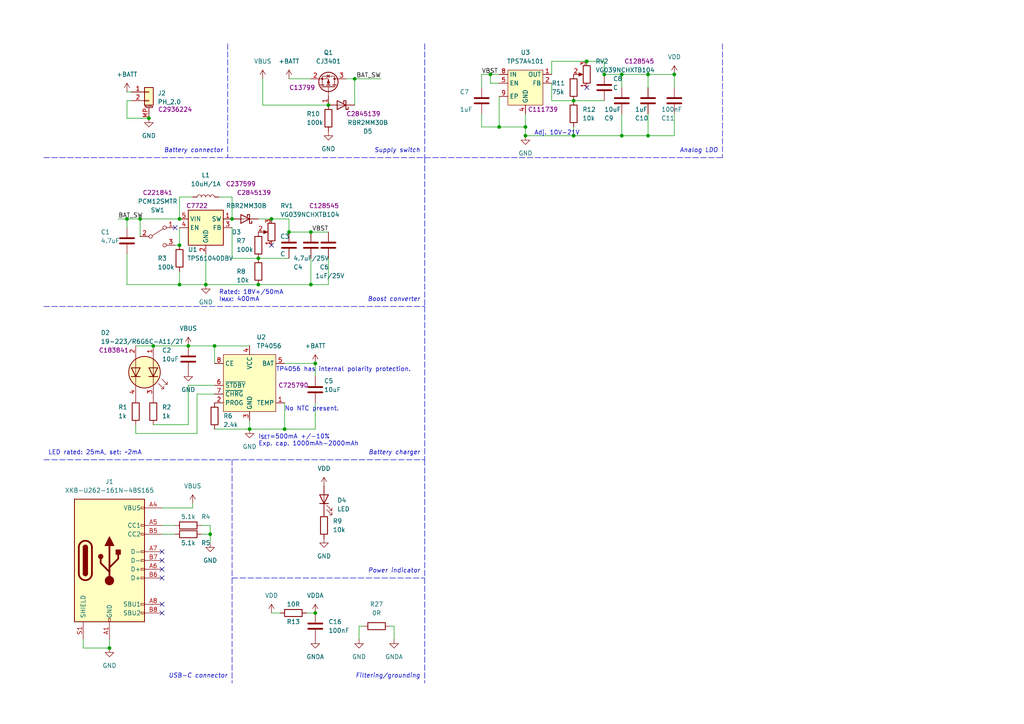
<source format=kicad_sch>
(kicad_sch (version 20211123) (generator eeschema)
  (paper "A4")
  (title_block (title "Power Supply") (rev "A0") (company "imi415"))
  (lib_symbols
    (symbol "Battery_Management_Local:TP4056"
      (property "Reference" "U" (at 0 0 0))
      (property "Value" "TP4056" (at 25.4 11.43 0))
      (symbol "TP4056_0_0"
        (pin input line (at 10.16 -5.08 180) (length 2.54) (name "TEMP") (number "1"))
        (pin input line (at -10.16 -5.08 0) (length 2.54) (name "PROG") (number "2"))
        (pin power_in line (at 0 -10.16 90) (length 2.54) (name "GND") (number "3"))
        (pin power_in line (at 0 11.43 270) (length 2.54) (name "VCC") (number "4"))
        (pin power_out line (at 10.16 6.35 180) (length 2.54) (name "BAT") (number "5"))
        (pin open_collector line (at -10.16 0 0) (length 2.54) (name "~{STDBY}") (number "6"))
        (pin open_collector line (at -10.16 -2.54 0) (length 2.54) (name "~{CHRG}") (number "7"))
        (pin input line (at -10.16 6.35 0) (length 2.54) (name "CE") (number "8"))
      )
      (symbol "TP4056_0_1"
        (rectangle (start -7.62 8.89) (end 7.62 -7.62) (fill (type background)))
      )
      (symbol "TP4056_1_1"
        (pin passive line (at 10.16 0 180) (length 2.54) hide (name "EP") (number "9"))
      )
    )
    (symbol "Connector:USB_C_Receptacle_USB2.0" (pin_names (offset 1.016))
      (property "Reference" "J" (at -10.16 19.05 0))
      (property "Value" "USB_C_Receptacle_USB2.0" (at 19.05 19.05 0))
      (symbol "USB_C_Receptacle_USB2.0_0_0"
        (rectangle (start -0.254 -17.78) (end 0.254 -16.764))
        (rectangle (start 10.16 -14.986) (end 9.144 -15.494))
        (rectangle (start 10.16 -12.446) (end 9.144 -12.954))
        (rectangle (start 10.16 -4.826) (end 9.144 -5.334))
        (rectangle (start 10.16 -2.286) (end 9.144 -2.794))
        (rectangle (start 10.16 0.254) (end 9.144 -0.254))
        (rectangle (start 10.16 2.794) (end 9.144 2.286))
        (rectangle (start 10.16 7.874) (end 9.144 7.366))
        (rectangle (start 10.16 10.414) (end 9.144 9.906))
        (rectangle (start 10.16 15.494) (end 9.144 14.986))
      )
      (symbol "USB_C_Receptacle_USB2.0_0_1"
        (rectangle (start -10.16 17.78) (end 10.16 -17.78) (stroke (width 0.254)) (fill (type background)))
        (arc (start -8.89 -3.81) (mid -6.985 -5.715) (end -5.08 -3.81) (stroke (width 0.508)))
        (arc (start -7.62 -3.81) (mid -6.985 -4.445) (end -6.35 -3.81) (stroke (width 0.254)))
        (arc (start -7.62 -3.81) (mid -6.985 -4.445) (end -6.35 -3.81) (stroke (width 0.254)) (fill (type outline)))
        (rectangle (start -7.62 -3.81) (end -6.35 3.81) (stroke (width 0.254)) (fill (type outline)))
        (arc (start -6.35 3.81) (mid -6.985 4.445) (end -7.62 3.81) (stroke (width 0.254)))
        (arc (start -6.35 3.81) (mid -6.985 4.445) (end -7.62 3.81) (stroke (width 0.254)) (fill (type outline)))
        (arc (start -5.08 3.81) (mid -6.985 5.715) (end -8.89 3.81) (stroke (width 0.508)))
        (circle (center -2.54 1.143) (radius 0.635) (stroke (width 0.254)) (fill (type outline)))
        (circle (center 0 -5.842) (radius 1.27) (fill (type outline)))
        (polyline (pts (xy -8.89 -3.81) (xy -8.89 3.81)) (stroke (width 0.508)))
        (polyline (pts (xy -5.08 3.81) (xy -5.08 -3.81)) (stroke (width 0.508)))
        (polyline (pts (xy 0 -5.842) (xy 0 4.318)) (stroke (width 0.508)))
        (polyline (pts (xy 0 -3.302) (xy -2.54 -0.762) (xy -2.54 0.508)) (stroke (width 0.508)))
        (polyline (pts (xy 0 -2.032) (xy 2.54 0.508) (xy 2.54 1.778)) (stroke (width 0.508)))
        (polyline (pts (xy -1.27 4.318) (xy 0 6.858) (xy 1.27 4.318) (xy -1.27 4.318)) (stroke (width 0.254)) (fill (type outline)))
        (rectangle (start 1.905 1.778) (end 3.175 3.048) (stroke (width 0.254)) (fill (type outline)))
      )
      (symbol "USB_C_Receptacle_USB2.0_1_1"
        (pin passive line (at 0 -22.86 90) (length 5.08) (name "GND") (number "A1"))
        (pin passive line (at 0 -22.86 90) (length 5.08) hide (name "GND") (number "A12"))
        (pin passive line (at 15.24 15.24 180) (length 5.08) (name "VBUS") (number "A4"))
        (pin bidirectional line (at 15.24 10.16 180) (length 5.08) (name "CC1") (number "A5"))
        (pin bidirectional line (at 15.24 -2.54 180) (length 5.08) (name "D+") (number "A6"))
        (pin bidirectional line (at 15.24 2.54 180) (length 5.08) (name "D-") (number "A7"))
        (pin bidirectional line (at 15.24 -12.7 180) (length 5.08) (name "SBU1") (number "A8"))
        (pin passive line (at 15.24 15.24 180) (length 5.08) hide (name "VBUS") (number "A9"))
        (pin passive line (at 0 -22.86 90) (length 5.08) hide (name "GND") (number "B1"))
        (pin passive line (at 0 -22.86 90) (length 5.08) hide (name "GND") (number "B12"))
        (pin passive line (at 15.24 15.24 180) (length 5.08) hide (name "VBUS") (number "B4"))
        (pin bidirectional line (at 15.24 7.62 180) (length 5.08) (name "CC2") (number "B5"))
        (pin bidirectional line (at 15.24 -5.08 180) (length 5.08) (name "D+") (number "B6"))
        (pin bidirectional line (at 15.24 0 180) (length 5.08) (name "D-") (number "B7"))
        (pin bidirectional line (at 15.24 -15.24 180) (length 5.08) (name "SBU2") (number "B8"))
        (pin passive line (at 15.24 15.24 180) (length 5.08) hide (name "VBUS") (number "B9"))
        (pin passive line (at -7.62 -22.86 90) (length 5.08) (name "SHIELD") (number "S1"))
      )
    )
    (symbol "Connector_Generic_MountingPin:Conn_01x02_MountingPin" (pin_names (offset 1.016) hide)
      (property "Reference" "J" (at 0 2.54 0))
      (property "Value" "Conn_01x02_MountingPin" (at 1.27 -5.08 0))
      (symbol "Conn_01x02_MountingPin_1_1"
        (rectangle (start -1.27 -2.413) (end 0 -2.667) (stroke (width 0.1524)))
        (rectangle (start -1.27 0.127) (end 0 -0.127) (stroke (width 0.1524)))
        (rectangle (start -1.27 1.27) (end 1.27 -3.81) (stroke (width 0.254)) (fill (type background)))
        (polyline (pts (xy -1.016 -4.572) (xy 1.016 -4.572)) (stroke (width 0.1524)))
        (text "Mounting" (at 0 -4.191 0) (effects (font (size 0.381 0.381))))
        (pin passive line (at -5.08 0 0) (length 3.81) (name "Pin_1") (number "1"))
        (pin passive line (at -5.08 -2.54 0) (length 3.81) (name "Pin_2") (number "2"))
        (pin passive line (at 0 -7.62 90) (length 3.048) (name "MountPin") (number "MP"))
      )
    )
    (symbol "Device:C" (pin_numbers hide) (pin_names (offset 0.254))
      (property "Reference" "C" (at 0.635 2.54 0))
      (property "Value" "C" (at 0.635 -2.54 0))
      (symbol "C_0_1"
        (polyline (pts (xy -2.032 -0.762) (xy 2.032 -0.762)) (stroke (width 0.508)))
        (polyline (pts (xy -2.032 0.762) (xy 2.032 0.762)) (stroke (width 0.508)))
      )
      (symbol "C_1_1"
        (pin passive line (at 0 3.81 270) (length 2.794) (name "~") (number "1"))
        (pin passive line (at 0 -3.81 90) (length 2.794) (name "~") (number "2"))
      )
    )
    (symbol "Device:D_Schottky" (pin_numbers hide) (pin_names (offset 1.016) hide)
      (property "Reference" "D" (at 0 2.54 0))
      (property "Value" "D_Schottky" (at 0 -2.54 0))
      (symbol "D_Schottky_0_1"
        (polyline (pts (xy 1.27 0) (xy -1.27 0)))
        (polyline (pts (xy 1.27 1.27) (xy 1.27 -1.27) (xy -1.27 0) (xy 1.27 1.27)) (stroke (width 0.254)))
        (polyline (pts (xy -1.905 0.635) (xy -1.905 1.27) (xy -1.27 1.27) (xy -1.27 -1.27) (xy -0.635 -1.27) (xy -0.635 -0.635)) (stroke (width 0.254)))
      )
      (symbol "D_Schottky_1_1"
        (pin passive line (at -3.81 0 0) (length 2.54) (name "K") (number "1"))
        (pin passive line (at 3.81 0 180) (length 2.54) (name "A") (number "2"))
      )
    )
    (symbol "Device:L" (pin_numbers hide) (pin_names (offset 1.016) hide)
      (property "Reference" "L" (at -1.27 0 90))
      (property "Value" "L" (at 1.905 0 90))
      (symbol "L_0_1"
        (arc (start 0 -2.54) (mid 0.635 -1.905) (end 0 -1.27))
        (arc (start 0 -1.27) (mid 0.635 -0.635) (end 0 0))
        (arc (start 0 0) (mid 0.635 0.635) (end 0 1.27))
        (arc (start 0 1.27) (mid 0.635 1.905) (end 0 2.54))
      )
      (symbol "L_1_1"
        (pin passive line (at 0 3.81 270) (length 1.27) (name "1") (number "1"))
        (pin passive line (at 0 -3.81 90) (length 1.27) (name "2") (number "2"))
      )
    )
    (symbol "Device:LED" (pin_numbers hide) (pin_names (offset 1.016) hide)
      (property "Reference" "D" (at 0 2.54 0))
      (property "Value" "LED" (at 0 -2.54 0))
      (symbol "LED_0_1"
        (polyline (pts (xy -1.27 -1.27) (xy -1.27 1.27)) (stroke (width 0.254)))
        (polyline (pts (xy -1.27 0) (xy 1.27 0)))
        (polyline (pts (xy 1.27 -1.27) (xy 1.27 1.27) (xy -1.27 0) (xy 1.27 -1.27)) (stroke (width 0.254)))
        (polyline (pts (xy -3.048 -0.762) (xy -4.572 -2.286) (xy -3.81 -2.286) (xy -4.572 -2.286) (xy -4.572 -1.524)))
        (polyline (pts (xy -1.778 -0.762) (xy -3.302 -2.286) (xy -2.54 -2.286) (xy -3.302 -2.286) (xy -3.302 -1.524)))
      )
      (symbol "LED_1_1"
        (pin passive line (at -3.81 0 0) (length 2.54) (name "K") (number "1"))
        (pin passive line (at 3.81 0 180) (length 2.54) (name "A") (number "2"))
      )
    )
    (symbol "Device:LED_Dual_AAKK" (pin_names (offset 0) hide)
      (property "Reference" "D" (at 0 5.715 0))
      (property "Value" "LED_Dual_AAKK" (at 0 -6.35 0))
      (symbol "LED_Dual_AAKK_0_1"
        (polyline (pts (xy -5.08 -2.54) (xy 2.032 -2.54)))
        (polyline (pts (xy -5.08 2.54) (xy 2.032 2.54)))
        (polyline (pts (xy 1.27 -1.27) (xy 1.27 -3.81)) (stroke (width 0.254)))
        (polyline (pts (xy 1.27 3.81) (xy 1.27 1.27)) (stroke (width 0.254)))
        (polyline (pts (xy 3.81 -2.54) (xy 1.905 -2.54)))
        (polyline (pts (xy 3.81 2.54) (xy 1.905 2.54)))
        (polyline (pts (xy -1.27 -1.27) (xy -1.27 -3.81) (xy 1.27 -2.54) (xy -1.27 -1.27)) (stroke (width 0.254)))
        (polyline (pts (xy -1.27 3.81) (xy -1.27 1.27) (xy 1.27 2.54) (xy -1.27 3.81)) (stroke (width 0.254)))
        (polyline (pts (xy 2.032 5.08) (xy 3.556 6.604) (xy 2.794 6.604) (xy 3.556 6.604) (xy 3.556 5.842)))
        (polyline (pts (xy 3.302 4.064) (xy 4.826 5.588) (xy 4.064 5.588) (xy 4.826 5.588) (xy 4.826 4.826)))
        (circle (center 0 0) (radius 4.572) (stroke (width 0.254)) (fill (type background)))
      )
      (symbol "LED_Dual_AAKK_1_1"
        (pin input line (at -7.62 2.54 0) (length 3.048) (name "A1") (number "1"))
        (pin input line (at -7.62 -2.54 0) (length 3.048) (name "A2") (number "2"))
        (pin input line (at 7.62 2.54 180) (length 3.81) (name "K1") (number "3"))
        (pin input line (at 7.62 -2.54 180) (length 3.81) (name "K2") (number "4"))
      )
    )
    (symbol "Device:Q_PMOS_GSD" (pin_names (offset 0) hide)
      (property "Reference" "Q" (at 5.08 1.27 0))
      (property "Value" "Q_PMOS_GSD" (at 5.08 -1.27 0))
      (symbol "Q_PMOS_GSD_0_1"
        (polyline (pts (xy 0.254 0) (xy -2.54 0)))
        (polyline (pts (xy 0.254 1.905) (xy 0.254 -1.905)) (stroke (width 0.254)))
        (polyline (pts (xy 0.762 -1.27) (xy 0.762 -2.286)) (stroke (width 0.254)))
        (polyline (pts (xy 0.762 0.508) (xy 0.762 -0.508)) (stroke (width 0.254)))
        (polyline (pts (xy 0.762 2.286) (xy 0.762 1.27)) (stroke (width 0.254)))
        (polyline (pts (xy 2.54 2.54) (xy 2.54 1.778)))
        (polyline (pts (xy 2.54 -2.54) (xy 2.54 0) (xy 0.762 0)))
        (polyline (pts (xy 0.762 1.778) (xy 3.302 1.778) (xy 3.302 -1.778) (xy 0.762 -1.778)))
        (polyline (pts (xy 2.286 0) (xy 1.27 0.381) (xy 1.27 -0.381) (xy 2.286 0)) (fill (type outline)))
        (polyline (pts (xy 2.794 -0.508) (xy 2.921 -0.381) (xy 3.683 -0.381) (xy 3.81 -0.254)))
        (polyline (pts (xy 3.302 -0.381) (xy 2.921 0.254) (xy 3.683 0.254) (xy 3.302 -0.381)))
        (circle (center 1.651 0) (radius 2.794) (stroke (width 0.254)))
        (circle (center 2.54 -1.778) (radius 0.254) (fill (type outline)))
        (circle (center 2.54 1.778) (radius 0.254) (fill (type outline)))
      )
      (symbol "Q_PMOS_GSD_1_1"
        (pin input line (at -5.08 0 0) (length 2.54) (name "G") (number "1"))
        (pin passive line (at 2.54 -5.08 90) (length 2.54) (name "S") (number "2"))
        (pin passive line (at 2.54 5.08 270) (length 2.54) (name "D") (number "3"))
      )
    )
    (symbol "Device:R" (pin_numbers hide) (pin_names (offset 0))
      (property "Reference" "R" (at 2.032 0 90))
      (property "Value" "R" (at 0 0 90))
      (symbol "R_0_1"
        (rectangle (start -1.016 -2.54) (end 1.016 2.54) (stroke (width 0.254)))
      )
      (symbol "R_1_1"
        (pin passive line (at 0 3.81 270) (length 1.27) (name "~") (number "1"))
        (pin passive line (at 0 -3.81 90) (length 1.27) (name "~") (number "2"))
      )
    )
    (symbol "Device:R_Potentiometer" (pin_names (offset 1.016) hide)
      (property "Reference" "RV" (at -4.445 0 90))
      (property "Value" "R_Potentiometer" (at -2.54 0 90))
      (symbol "R_Potentiometer_0_1"
        (polyline (pts (xy 2.54 0) (xy 1.524 0)))
        (polyline (pts (xy 1.143 0) (xy 2.286 0.508) (xy 2.286 -0.508) (xy 1.143 0)) (fill (type outline)))
        (rectangle (start 1.016 2.54) (end -1.016 -2.54) (stroke (width 0.254)))
      )
      (symbol "R_Potentiometer_1_1"
        (pin passive line (at 0 3.81 270) (length 1.27) (name "1") (number "1"))
        (pin passive line (at 3.81 0 180) (length 1.27) (name "2") (number "2"))
        (pin passive line (at 0 -3.81 90) (length 1.27) (name "3") (number "3"))
      )
    )
    (symbol "Regulator_Local:TPS7A4101"
      (property "Reference" "U" (at 0 0 0))
      (property "Value" "TPS7A4101" (at 0 6.35 0))
      (symbol "TPS7A4101_0_0"
        (pin power_out line (at 7.62 3.81 180) (length 2.54) (name "OUT") (number "1"))
        (pin input line (at 7.62 1.27 180) (length 2.54) (name "FB") (number "2"))
        (pin no_connect line (at 7.62 -2.54 180) (length 2.54) hide (name "NC") (number "3"))
        (pin power_in line (at 0 -7.62 90) (length 2.54) (name "GND") (number "4"))
        (pin input line (at -7.62 1.27 0) (length 2.54) (name "EN") (number "5"))
        (pin no_connect line (at 7.62 -2.54 180) (length 2.54) hide (name "NC") (number "6"))
        (pin no_connect line (at 7.62 -2.54 180) (length 2.54) hide (name "NC") (number "7"))
        (pin power_in line (at -7.62 3.81 0) (length 2.54) (name "IN") (number "8"))
        (pin passive line (at -7.62 -2.54 0) (length 2.54) (name "EP") (number "9"))
      )
      (symbol "TPS7A4101_0_1"
        (rectangle (start -5.08 5.08) (end 5.08 -5.08) (stroke (width 0.1524)) (fill (type background)))
      )
    )
    (symbol "Regulator_Switching:TPS61040DBV"
      (property "Reference" "U" (at -5.08 6.35 0))
      (property "Value" "TPS61040DBV" (at 0 6.35 0))
      (symbol "TPS61040DBV_0_1"
        (rectangle (start -5.08 5.08) (end 5.08 -5.08) (stroke (width 0.254)) (fill (type background)))
      )
      (symbol "TPS61040DBV_1_1"
        (pin power_out line (at 7.62 2.54 180) (length 2.54) (name "SW") (number "1"))
        (pin power_in line (at 0 -7.62 90) (length 2.54) (name "GND") (number "2"))
        (pin input line (at 7.62 0 180) (length 2.54) (name "FB") (number "3"))
        (pin input line (at -7.62 0 0) (length 2.54) (name "EN") (number "4"))
        (pin power_in line (at -7.62 2.54 0) (length 2.54) (name "VIN") (number "5"))
      )
    )
    (symbol "Switch:SW_SPDT" (pin_names (offset 0) hide)
      (property "Reference" "SW" (at 0 4.318 0))
      (property "Value" "SW_SPDT" (at 0 -5.08 0))
      (symbol "SW_SPDT_0_0"
        (circle (center -2.032 0) (radius 0.508))
        (circle (center 2.032 -2.54) (radius 0.508))
      )
      (symbol "SW_SPDT_0_1"
        (polyline (pts (xy -1.524 0.254) (xy 1.651 2.286)))
        (circle (center 2.032 2.54) (radius 0.508))
      )
      (symbol "SW_SPDT_1_1"
        (pin passive line (at 5.08 2.54 180) (length 2.54) (name "A") (number "1"))
        (pin passive line (at -5.08 0 0) (length 2.54) (name "B") (number "2"))
        (pin passive line (at 5.08 -2.54 180) (length 2.54) (name "C") (number "3"))
      )
    )
    (symbol "power:+BATT" (power) (pin_names (offset 0))
      (property "Value" "+BATT" (at 0 3.556 0))
      (symbol "+BATT_0_1"
        (polyline (pts (xy -0.762 1.27) (xy 0 2.54)))
        (polyline (pts (xy 0 0) (xy 0 2.54)))
        (polyline (pts (xy 0 2.54) (xy 0.762 1.27)))
      )
      (symbol "+BATT_1_1"
        (pin power_in line (at 0 0 90) (length 0) hide (name "+BATT") (number "1"))
      )
    )
    (symbol "power:GND" (power) (pin_names (offset 0))
      (property "Value" "GND" (at 0 -3.81 0))
      (symbol "GND_0_1"
        (polyline (pts (xy 0 0) (xy 0 -1.27) (xy 1.27 -1.27) (xy 0 -2.54) (xy -1.27 -1.27) (xy 0 -1.27)))
      )
      (symbol "GND_1_1"
        (pin power_in line (at 0 0 270) (length 0) hide (name "GND") (number "1"))
      )
    )
    (symbol "power:GNDA" (power) (pin_names (offset 0))
      (property "Value" "GNDA" (at 0 -3.81 0))
      (symbol "GNDA_0_1"
        (polyline (pts (xy 0 0) (xy 0 -1.27) (xy 1.27 -1.27) (xy 0 -2.54) (xy -1.27 -1.27) (xy 0 -1.27)))
      )
      (symbol "GNDA_1_1"
        (pin power_in line (at 0 0 270) (length 0) hide (name "GNDA") (number "1"))
      )
    )
    (symbol "power:VBUS" (power) (pin_names (offset 0))
      (property "Value" "VBUS" (at 0 3.81 0))
      (symbol "VBUS_0_1"
        (polyline (pts (xy -0.762 1.27) (xy 0 2.54)))
        (polyline (pts (xy 0 0) (xy 0 2.54)))
        (polyline (pts (xy 0 2.54) (xy 0.762 1.27)))
      )
      (symbol "VBUS_1_1"
        (pin power_in line (at 0 0 90) (length 0) hide (name "VBUS") (number "1"))
      )
    )
    (symbol "power:VDD" (power) (pin_names (offset 0))
      (property "Value" "VDD" (at 0 3.81 0))
      (symbol "VDD_0_1"
        (polyline (pts (xy -0.762 1.27) (xy 0 2.54)))
        (polyline (pts (xy 0 0) (xy 0 2.54)))
        (polyline (pts (xy 0 2.54) (xy 0.762 1.27)))
      )
      (symbol "VDD_1_1"
        (pin power_in line (at 0 0 90) (length 0) hide (name "VDD") (number "1"))
      )
    )
    (symbol "power:VDDA" (power) (pin_names (offset 0))
      (property "Value" "VDDA" (at 0 3.81 0))
      (symbol "VDDA_0_1"
        (polyline (pts (xy -0.762 1.27) (xy 0 2.54)))
        (polyline (pts (xy 0 0) (xy 0 2.54)))
        (polyline (pts (xy 0 2.54) (xy 0.762 1.27)))
      )
      (symbol "VDDA_1_1"
        (pin power_in line (at 0 0 90) (length 0) hide (name "VDDA") (number "1"))
      )
    )
  )
  (junction (at 180.34 21.59))
  (junction (at 91.44 105.41))
  (junction (at 52.07 82.55))
  (junction (at 60.96 154.94))
  (junction (at 83.82 67.31))
  (junction (at 170.18 17.78))
  (junction (at 74.93 74.93))
  (junction (at 144.78 36.83))
  (junction (at 90.17 67.31))
  (junction (at 195.58 21.59))
  (junction (at 95.25 30.48))
  (junction (at 152.4 36.83))
  (junction (at 102.87 22.86))
  (junction (at 40.64 63.5))
  (junction (at 67.31 63.5))
  (junction (at 74.93 82.55))
  (junction (at 152.4 39.37))
  (junction (at 187.96 39.37))
  (junction (at 90.17 82.55))
  (junction (at 54.61 100.33))
  (junction (at 52.07 71.12))
  (junction (at 59.69 82.55))
  (junction (at 43.18 34.29))
  (junction (at 52.07 63.5))
  (junction (at 36.83 63.5))
  (junction (at 72.39 124.46))
  (junction (at 175.26 21.59))
  (junction (at 142.24 21.59))
  (junction (at 166.37 29.21))
  (junction (at 44.45 100.33))
  (junction (at 62.23 100.33))
  (junction (at 166.37 39.37))
  (junction (at 78.74 63.5))
  (junction (at 82.55 124.46))
  (junction (at 31.75 187.96))
  (junction (at 91.44 177.8))
  (junction (at 180.34 39.37))
  (junction (at 187.96 21.59))
  (no_connect (at 46.99 162.56))
  (no_connect (at 170.18 25.4))
  (no_connect (at 46.99 165.1))
  (no_connect (at 46.99 160.02))
  (no_connect (at 46.99 177.8))
  (no_connect (at 50.8 66.04))
  (no_connect (at 46.99 167.64))
  (no_connect (at 78.74 71.12))
  (no_connect (at 46.99 175.26))
  (wire (pts (xy 104.14 181.61) (xy 105.41 181.61)))
  (wire (pts (xy 180.34 33.02) (xy 180.34 39.37)))
  (wire (pts (xy 187.96 21.59) (xy 187.96 25.4)))
  (wire (pts (xy 67.31 66.04) (xy 67.31 74.93)))
  (wire (pts (xy 170.18 17.78) (xy 160.02 17.78)))
  (polyline (pts (xy 123.19 133.35) (xy 123.19 198.12)))
  (wire (pts (xy 160.02 24.13) (xy 160.02 29.21)))
  (wire (pts (xy 36.83 63.5) (xy 40.64 63.5)))
  (wire (pts (xy 46.99 152.4) (xy 50.8 152.4)))
  (wire (pts (xy 36.83 34.29) (xy 43.18 34.29)))
  (wire (pts (xy 90.17 74.93) (xy 90.17 82.55)))
  (polyline (pts (xy 66.04 12.7) (xy 66.04 45.72)))
  (polyline (pts (xy 12.7 133.35) (xy 123.19 133.35)))
  (polyline (pts (xy 67.31 133.35) (xy 67.31 198.12)))
  (wire (pts (xy 88.9 177.8) (xy 91.44 177.8)))
  (wire (pts (xy 166.37 39.37) (xy 180.34 39.37)))
  (wire (pts (xy 160.02 17.78) (xy 160.02 21.59)))
  (wire (pts (xy 102.87 22.86) (xy 102.87 30.48)))
  (polyline (pts (xy 123.19 45.72) (xy 123.19 88.9)))
  (wire (pts (xy 76.2 30.48) (xy 95.25 30.48)))
  (wire (pts (xy 113.03 181.61) (xy 114.3 181.61)))
  (wire (pts (xy 58.42 152.4) (xy 60.96 152.4)))
  (wire (pts (xy 36.83 29.21) (xy 36.83 34.29)))
  (wire (pts (xy 59.69 73.66) (xy 59.69 82.55)))
  (wire (pts (xy 24.13 185.42) (xy 24.13 187.96)))
  (wire (pts (xy 67.31 74.93) (xy 74.93 74.93)))
  (wire (pts (xy 160.02 29.21) (xy 166.37 29.21)))
  (wire (pts (xy 62.23 100.33) (xy 72.39 100.33)))
  (wire (pts (xy 62.23 105.41) (xy 62.23 100.33)))
  (wire (pts (xy 74.93 82.55) (xy 59.69 82.55)))
  (wire (pts (xy 139.7 36.83) (xy 144.78 36.83)))
  (wire (pts (xy 142.24 24.13) (xy 142.24 21.59)))
  (polyline (pts (xy 12.7 45.72) (xy 66.04 45.72)))
  (wire (pts (xy 104.14 185.42) (xy 104.14 181.61)))
  (wire (pts (xy 83.82 67.31) (xy 90.17 67.31)))
  (wire (pts (xy 175.26 17.78) (xy 175.26 21.59)))
  (wire (pts (xy 195.58 21.59) (xy 195.58 25.4)))
  (wire (pts (xy 95.25 74.93) (xy 95.25 82.55)))
  (wire (pts (xy 50.8 71.12) (xy 52.07 71.12)))
  (wire (pts (xy 24.13 187.96) (xy 31.75 187.96)))
  (wire (pts (xy 139.7 21.59) (xy 142.24 21.59)))
  (wire (pts (xy 144.78 36.83) (xy 152.4 36.83)))
  (wire (pts (xy 60.96 154.94) (xy 58.42 154.94)))
  (wire (pts (xy 55.88 147.32) (xy 55.88 146.05)))
  (wire (pts (xy 144.78 27.94) (xy 144.78 36.83)))
  (wire (pts (xy 54.61 123.19) (xy 44.45 123.19)))
  (wire (pts (xy 180.34 21.59) (xy 180.34 25.4)))
  (wire (pts (xy 52.07 57.15) (xy 52.07 63.5)))
  (wire (pts (xy 40.64 63.5) (xy 52.07 63.5)))
  (wire (pts (xy 72.39 121.92) (xy 72.39 124.46)))
  (wire (pts (xy 36.83 82.55) (xy 52.07 82.55)))
  (wire (pts (xy 175.26 21.59) (xy 180.34 21.59)))
  (wire (pts (xy 78.74 63.5) (xy 83.82 63.5)))
  (wire (pts (xy 144.78 24.13) (xy 142.24 24.13)))
  (wire (pts (xy 67.31 57.15) (xy 67.31 63.5)))
  (polyline (pts (xy 66.04 45.72) (xy 123.19 45.72)))
  (wire (pts (xy 187.96 33.02) (xy 187.96 39.37)))
  (wire (pts (xy 114.3 181.61) (xy 114.3 185.42)))
  (wire (pts (xy 102.87 22.86) (xy 110.49 22.86)))
  (wire (pts (xy 62.23 114.3) (xy 57.15 114.3)))
  (polyline (pts (xy 12.7 88.9) (xy 123.19 88.9)))
  (wire (pts (xy 90.17 82.55) (xy 95.25 82.55)))
  (wire (pts (xy 152.4 39.37) (xy 166.37 39.37)))
  (wire (pts (xy 166.37 29.21) (xy 175.26 29.21)))
  (wire (pts (xy 46.99 147.32) (xy 55.88 147.32)))
  (wire (pts (xy 39.37 125.73) (xy 39.37 123.19)))
  (polyline (pts (xy 67.31 167.64) (xy 123.19 167.64)))
  (wire (pts (xy 91.44 116.84) (xy 91.44 124.46)))
  (polyline (pts (xy 123.19 45.72) (xy 209.55 45.72)))
  (polyline (pts (xy 123.19 12.7) (xy 123.19 45.72)))
  (wire (pts (xy 142.24 21.59) (xy 144.78 21.59)))
  (wire (pts (xy 57.15 125.73) (xy 39.37 125.73)))
  (wire (pts (xy 44.45 100.33) (xy 54.61 100.33)))
  (wire (pts (xy 34.29 63.5) (xy 36.83 63.5)))
  (wire (pts (xy 76.2 22.86) (xy 76.2 30.48)))
  (wire (pts (xy 36.83 63.5) (xy 36.83 66.04)))
  (wire (pts (xy 91.44 105.41) (xy 91.44 109.22)))
  (wire (pts (xy 52.07 66.04) (xy 52.07 71.12)))
  (polyline (pts (xy 209.55 12.7) (xy 209.55 45.72)))
  (wire (pts (xy 52.07 82.55) (xy 59.69 82.55)))
  (wire (pts (xy 82.55 124.46) (xy 72.39 124.46)))
  (wire (pts (xy 54.61 100.33) (xy 62.23 100.33)))
  (wire (pts (xy 62.23 124.46) (xy 72.39 124.46)))
  (wire (pts (xy 152.4 33.02) (xy 152.4 36.83)))
  (wire (pts (xy 83.82 22.86) (xy 90.17 22.86)))
  (wire (pts (xy 187.96 39.37) (xy 195.58 39.37)))
  (wire (pts (xy 180.34 39.37) (xy 187.96 39.37)))
  (wire (pts (xy 60.96 154.94) (xy 60.96 157.48)))
  (wire (pts (xy 91.44 124.46) (xy 82.55 124.46)))
  (wire (pts (xy 90.17 67.31) (xy 95.25 67.31)))
  (wire (pts (xy 74.93 74.93) (xy 83.82 74.93)))
  (wire (pts (xy 82.55 105.41) (xy 91.44 105.41)))
  (wire (pts (xy 180.34 21.59) (xy 187.96 21.59)))
  (wire (pts (xy 31.75 187.96) (xy 31.75 185.42)))
  (wire (pts (xy 74.93 63.5) (xy 78.74 63.5)))
  (wire (pts (xy 74.93 82.55) (xy 90.17 82.55)))
  (wire (pts (xy 152.4 36.83) (xy 152.4 39.37)))
  (wire (pts (xy 36.83 73.66) (xy 36.83 82.55)))
  (polyline (pts (xy 123.19 88.9) (xy 123.19 133.35)))
  (wire (pts (xy 60.96 152.4) (xy 60.96 154.94)))
  (wire (pts (xy 83.82 63.5) (xy 83.82 67.31)))
  (wire (pts (xy 187.96 21.59) (xy 195.58 21.59)))
  (wire (pts (xy 36.83 26.67) (xy 38.1 26.67)))
  (wire (pts (xy 195.58 33.02) (xy 195.58 39.37)))
  (wire (pts (xy 46.99 154.94) (xy 50.8 154.94)))
  (wire (pts (xy 139.7 21.59) (xy 139.7 25.4)))
  (wire (pts (xy 100.33 22.86) (xy 102.87 22.86)))
  (wire (pts (xy 82.55 116.84) (xy 82.55 124.46)))
  (wire (pts (xy 139.7 33.02) (xy 139.7 36.83)))
  (wire (pts (xy 40.64 63.5) (xy 40.64 68.58)))
  (wire (pts (xy 54.61 111.76) (xy 54.61 123.19)))
  (wire (pts (xy 166.37 39.37) (xy 166.37 36.83)))
  (wire (pts (xy 52.07 78.74) (xy 52.07 82.55)))
  (wire (pts (xy 170.18 17.78) (xy 175.26 17.78)))
  (wire (pts (xy 63.5 57.15) (xy 67.31 57.15)))
  (wire (pts (xy 39.37 100.33) (xy 44.45 100.33)))
  (wire (pts (xy 55.88 57.15) (xy 52.07 57.15)))
  (wire (pts (xy 78.74 177.8) (xy 81.28 177.8)))
  (wire (pts (xy 38.1 29.21) (xy 36.83 29.21)))
  (wire (pts (xy 54.61 111.76) (xy 62.23 111.76)))
  (wire (pts (xy 57.15 114.3) (xy 57.15 125.73)))
  (text "Analog LDO" (at 208.28 44.45 180) (effects (font (size 1.27 1.27) italic) (justify right bottom)))
  (text "Supply switch" (at 121.92 44.45 180) (effects (font (size 1.27 1.27) italic) (justify right bottom)))
  (text "Rated: 18V+/50mA\nI_{MAX}: 400mA" (at 63.5 87.63 0) (effects (font (size 1.27 1.27)) (justify left bottom)))
  (text "Boost converter" (at 121.92 87.63 180) (effects (font (size 1.27 1.27) italic) (justify right bottom)))
  (text "Adj. 10V-21V" (at 154.94 39.37 0) (effects (font (size 1.27 1.27)) (justify left bottom)))
  (text "Power indicator" (at 121.92 166.37 180) (effects (font (size 1.27 1.27) italic) (justify right bottom)))
  (text "Battery connector" (at 64.77 44.45 180) (effects (font (size 1.27 1.27) italic) (justify right bottom)))
  (text "I_{SET}=500mA +/-10%\nExp. cap. 1000mAh-2000mAh" (at 74.93 129.54 0) (effects (font (size 1.27 1.27)) (justify left bottom)))
  (text "No NTC present." (at 82.55 119.38 0) (effects (font (size 1.27 1.27)) (justify left bottom)))
  (text "LED rated: 25mA, set: ~2mA" (at 13.97 132.08 0) (effects (font (size 1.27 1.27)) (justify left bottom)))
  (text "Filtering/grounding" (at 121.92 196.85 180) (effects (font (size 1.27 1.27) italic) (justify right bottom)))
  (text "Battery charger" (at 121.92 132.08 180) (effects (font (size 1.27 1.27) italic) (justify right bottom)))
  (text "USB-C connector" (at 66.04 196.85 180) (effects (font (size 1.27 1.27) italic) (justify right bottom)))
  (text "TP4056 has internal polarity protection." (at 80.01 107.95 0) (effects (font (size 1.27 1.27)) (justify left bottom)))
  (label "BAT_SW" (at 110.49 22.86 180))
  (label "VBST" (at 139.7 21.59 0))
  (label "BAT_SW" (at 34.29 63.5 0))
  (label "VBST" (at 95.25 67.31 180))
  (symbol (lib_id "Device:R") (at 95.25 34.29 0) (unit 1)
    (property "Reference" "R10" (at 88.9 33.02 0) (effects (justify left)))
    (property "Value" "100k" (at 88.9 35.56 0) (effects (justify left)))
    (property "Footprint" "Resistor_SMD:R_0603_1608Metric" (effects hide))
  )
  (symbol (lib_id "Device:R") (at 166.37 25.4 0) (unit 1)
    (property "Reference" "R11" (at 160.02 24.13 0) (effects (justify left)))
    (property "Value" "75k" (at 160.02 26.67 0) (effects (justify left)))
    (property "Footprint" "Resistor_SMD:R_0603_1608Metric" (effects hide))
  )
  (symbol (lib_id "Device:C") (at 175.26 25.4 0) (unit 1)
    (property "Reference" "C8" (at 177.8 22.86 0) (effects (justify left)))
    (property "Value" "C" (at 177.8 25.4 0) (effects (justify left)))
    (property "Footprint" "Capacitor_SMD:C_0603_1608Metric" (effects hide))
  )
  (symbol (lib_id "Device:L") (at 59.69 57.15 90) (unit 1)
    (property "Reference" "L1" (at 59.69 50.8 90))
    (property "Value" "10uH/1A" (at 59.69 53.34 90))
    (property "Footprint" "Inductor_SMD:L_1008_2520Metric" (effects hide))
    (property "MPN" "C237599" (at 69.85 53.34 90))
  )
  (symbol (lib_id "Device:LED_Dual_AAKK") (at 41.91 107.95 270) (unit 1)
    (property "Reference" "D2" (at 29.21 96.52 90) (effects (justify left)))
    (property "Value" "19-223/R6G6C-A11/2T" (at 29.21 99.06 90) (effects (justify left)))
    (property "Footprint" "LED_SMD:LED_LiteOn_LTST-C19HE1WT" (effects hide))
    (property "MPN" "C183841" (at 33.02 101.6 90))
  )
  (symbol (lib_id "power:GND") (at 59.69 82.55 0) (unit 1)
    (property "Reference" "#PWR0105" (effects hide))
    (property "Value" "GND" (at 59.69 87.63 0))
  )
  (symbol (lib_id "Device:C") (at 54.61 104.14 0) (mirror y) (unit 1)
    (property "Reference" "C2" (at 46.99 101.6 0) (effects (justify right)))
    (property "Value" "10uF" (at 46.99 104.14 0) (effects (justify right)))
    (property "Footprint" "Capacitor_SMD:C_0805_2012Metric" (effects hide))
  )
  (symbol (lib_id "power:GND") (at 43.18 34.29 0) (unit 1)
    (property "Reference" "#PWR0106" (effects hide))
    (property "Value" "GND" (at 43.18 39.37 0))
  )
  (symbol (lib_id "Device:R") (at 44.45 119.38 0) (unit 1)
    (property "Reference" "R2" (at 46.99 118.11 0) (effects (justify left)))
    (property "Value" "1k" (at 46.99 120.65 0) (effects (justify left)))
    (property "Footprint" "Resistor_SMD:R_0603_1608Metric" (effects hide))
  )
  (symbol (lib_id "Device:R") (at 62.23 120.65 0) (unit 1)
    (property "Reference" "R6" (at 64.77 120.65 0) (effects (justify left)))
    (property "Value" "2.4k" (at 64.77 123.19 0) (effects (justify left)))
    (property "Footprint" "Resistor_SMD:R_0603_1608Metric" (effects hide))
  )
  (symbol (lib_id "Device:C") (at 83.82 71.12 0) (unit 1)
    (property "Reference" "C3" (at 81.28 68.58 0) (effects (justify left)))
    (property "Value" "C" (at 81.28 73.66 0) (effects (justify left)))
    (property "Footprint" "Capacitor_SMD:C_0603_1608Metric" (effects hide))
  )
  (symbol (lib_id "power:GND") (at 152.4 39.37 0) (unit 1)
    (property "Reference" "#PWR0117" (effects hide))
    (property "Value" "GND" (at 152.4 44.45 0))
  )
  (symbol (lib_id "power:GND") (at 104.14 185.42 0) (unit 1)
    (property "Reference" "#PWR0121" (effects hide))
    (property "Value" "GND" (at 104.14 190.5 0))
  )
  (symbol (lib_id "power:+BATT") (at 83.82 22.86 0) (mirror y) (unit 1)
    (property "Reference" "#PWR0108" (effects hide))
    (property "Value" "+BATT" (at 83.82 17.78 0))
  )
  (symbol (lib_id "Device:R") (at 52.07 74.93 0) (unit 1)
    (property "Reference" "R3" (at 45.72 74.93 0) (effects (justify left)))
    (property "Value" "100k" (at 45.72 77.47 0) (effects (justify left)))
    (property "Footprint" "Resistor_SMD:R_0603_1608Metric" (effects hide))
  )
  (symbol (lib_id "power:VDD") (at 93.98 140.97 0) (unit 1)
    (property "Reference" "#PWR0113" (effects hide))
    (property "Value" "VDD" (at 93.98 135.89 0))
  )
  (symbol (lib_id "power:GND") (at 31.75 187.96 0) (unit 1)
    (property "Reference" "#PWR0111" (effects hide))
    (property "Value" "GND" (at 31.75 193.04 0))
  )
  (symbol (lib_id "Device:C") (at 180.34 29.21 0) (mirror y) (unit 1)
    (property "Reference" "C9" (at 175.26 34.29 0) (effects (justify right)))
    (property "Value" "10uF" (at 175.26 31.75 0) (effects (justify right)))
    (property "Footprint" "Capacitor_SMD:C_0805_2012Metric" (effects hide))
  )
  (symbol (lib_id "Device:Q_PMOS_GSD") (at 95.25 25.4 270) (mirror x) (unit 1)
    (property "Reference" "Q1" (at 95.25 15.24 90))
    (property "Value" "CJ3401" (at 95.25 17.78 90))
    (property "Footprint" "Package_TO_SOT_SMD:TSOT-23" (effects hide))
    (property "MPN" "C13799" (at 87.63 25.4 90))
  )
  (symbol (lib_id "Device:C") (at 36.83 69.85 0) (mirror y) (unit 1)
    (property "Reference" "C1" (at 29.21 67.31 0) (effects (justify right)))
    (property "Value" "4.7uF" (at 29.21 69.85 0) (effects (justify right)))
    (property "Footprint" "Capacitor_SMD:C_0805_2012Metric" (effects hide))
  )
  (symbol (lib_id "Device:C") (at 91.44 113.03 0) (mirror y) (unit 1)
    (property "Reference" "C5" (at 93.98 110.49 0) (effects (justify right)))
    (property "Value" "10uF" (at 93.98 113.03 0) (effects (justify right)))
    (property "Footprint" "Capacitor_SMD:C_0805_2012Metric" (effects hide))
  )
  (symbol (lib_id "power:VBUS") (at 55.88 146.05 0) (mirror y) (unit 1)
    (property "Reference" "#PWR0114" (effects hide))
    (property "Value" "VBUS" (at 55.88 140.97 0))
  )
  (symbol (lib_id "Device:C") (at 195.58 29.21 0) (mirror y) (unit 1)
    (property "Reference" "C11" (at 191.77 34.29 0) (effects (justify right)))
    (property "Value" "100nF" (at 191.77 31.75 0) (effects (justify right)))
    (property "Footprint" "Capacitor_SMD:C_0603_1608Metric" (effects hide))
  )
  (symbol (lib_id "Device:R") (at 166.37 33.02 0) (unit 1)
    (property "Reference" "R12" (at 168.91 31.7499 0) (effects (justify left)))
    (property "Value" "10k" (at 168.91 34.2899 0) (effects (justify left)))
    (property "Footprint" "Resistor_SMD:R_0603_1608Metric" (effects hide))
  )
  (symbol (lib_id "power:GND") (at 72.39 124.46 0) (unit 1)
    (property "Reference" "#PWR0104" (effects hide))
    (property "Value" "GND" (at 72.39 129.54 0))
  )
  (symbol (lib_id "Device:C") (at 91.44 181.61 0) (unit 1)
    (property "Reference" "C16" (at 95.25 180.3399 0) (effects (justify left)))
    (property "Value" "100nF" (at 95.25 182.8799 0) (effects (justify left)))
    (property "Footprint" "Capacitor_SMD:C_0603_1608Metric" (effects hide))
  )
  (symbol (lib_id "Device:R") (at 109.22 181.61 90) (unit 1)
    (property "Reference" "R27" (at 109.22 175.26 90))
    (property "Value" "0R" (at 109.22 177.8 90))
    (property "Footprint" "Inductor_SMD:L_0603_1608Metric" (effects hide))
  )
  (symbol (lib_id "Device:R") (at 54.61 154.94 90) (unit 1)
    (property "Reference" "R5" (at 59.69 157.48 90))
    (property "Value" "5.1k" (at 54.61 157.48 90))
    (property "Footprint" "Resistor_SMD:R_0603_1608Metric" (effects hide))
  )
  (symbol (lib_id "Device:R") (at 74.93 78.74 0) (unit 1)
    (property "Reference" "R8" (at 68.58 78.74 0) (effects (justify left)))
    (property "Value" "10k" (at 68.58 81.28 0) (effects (justify left)))
    (property "Footprint" "Resistor_SMD:R_0603_1608Metric" (effects hide))
  )
  (symbol (lib_id "Device:C") (at 90.17 71.12 0) (unit 1)
    (property "Reference" "C4" (at 85.09 77.47 0) (effects (justify left)))
    (property "Value" "4.7uF/25V" (at 85.09 74.93 0) (effects (justify left)))
    (property "Footprint" "Capacitor_SMD:C_0805_2012Metric" (effects hide))
  )
  (symbol (lib_id "Device:C") (at 187.96 29.21 0) (mirror y) (unit 1)
    (property "Reference" "C10" (at 184.15 34.29 0) (effects (justify right)))
    (property "Value" "1uF" (at 184.15 31.75 0) (effects (justify right)))
    (property "Footprint" "Capacitor_SMD:C_0603_1608Metric" (effects hide))
  )
  (symbol (lib_id "power:VDD") (at 195.58 21.59 0) (unit 1)
    (property "Reference" "#PWR0116" (effects hide))
    (property "Value" "VDD" (at 195.58 16.51 0))
  )
  (symbol (lib_id "Device:R") (at 93.98 152.4 0) (unit 1)
    (property "Reference" "R9" (at 96.52 151.1299 0) (effects (justify left)))
    (property "Value" "10k" (at 96.52 153.6699 0) (effects (justify left)))
    (property "Footprint" "Resistor_SMD:R_0603_1608Metric" (effects hide))
  )
  (symbol (lib_id "power:GNDA") (at 91.44 185.42 0) (unit 1)
    (property "Reference" "#PWR0128" (effects hide))
    (property "Value" "GNDA" (at 91.44 190.5 0))
  )
  (symbol (lib_id "Device:D_Schottky") (at 71.12 63.5 180) (unit 1)
    (property "Reference" "D3" (at 68.58 67.31 0))
    (property "Value" "RBR2MM30B" (at 71.4375 59.69 0))
    (property "Footprint" "Diode_SMD:D_SOD-123" (effects hide))
    (property "MPN" "C2845139" (at 73.66 55.88 0))
  )
  (symbol (lib_id "Device:R") (at 54.61 152.4 90) (unit 1)
    (property "Reference" "R4" (at 59.69 149.86 90))
    (property "Value" "5.1k" (at 54.61 149.86 90))
    (property "Footprint" "Resistor_SMD:R_0603_1608Metric" (effects hide))
  )
  (symbol (lib_id "power:+BATT") (at 36.83 26.67 0) (mirror y) (unit 1)
    (property "Reference" "#PWR0107" (effects hide))
    (property "Value" "+BATT" (at 36.83 21.59 0))
  )
  (symbol (lib_id "power:GND") (at 93.98 156.21 0) (unit 1)
    (property "Reference" "#PWR0112" (effects hide))
    (property "Value" "GND" (at 93.98 161.29 0))
  )
  (symbol (lib_id "Connector:USB_C_Receptacle_USB2.0") (at 31.75 162.56 0) (unit 1)
    (property "Reference" "J1" (at 31.75 139.7 0))
    (property "Value" "XKB-U262-161N-4BS165" (at 31.75 142.24 0))
    (property "Footprint" "Connector_USB:USB_C_Receptacle_XKB_U262-16XN-4BVC11" (effects hide))
    (property "Datasheet" "https://www.usb.org/sites/default/files/documents/usb_type-c.zip" (effects hide))
  )
  (symbol (lib_id "power:GND") (at 60.96 157.48 0) (unit 1)
    (property "Reference" "#PWR0115" (effects hide))
    (property "Value" "GND" (at 60.96 162.56 0))
  )
  (symbol (lib_id "Switch:SW_SPDT") (at 45.72 68.58 0) (unit 1)
    (property "Reference" "SW1" (at 45.72 60.96 0))
    (property "Value" "PCM12SMTR" (at 45.72 58.42 0))
    (property "Footprint" "Button_Switch_SMD:SW_SPDT_PCM12" (effects hide))
    (property "MPN" "C221841" (at 45.72 55.88 0))
  )
  (symbol (lib_id "power:VDD") (at 78.74 177.8 0) (unit 1)
    (property "Reference" "#PWR0134" (effects hide))
    (property "Value" "VDD" (at 78.74 172.72 0))
  )
  (symbol (lib_id "power:GND") (at 95.25 38.1 0) (unit 1)
    (property "Reference" "#PWR0109" (effects hide))
    (property "Value" "GND" (at 95.25 43.18 0))
  )
  (symbol (lib_id "Device:C") (at 139.7 29.21 0) (unit 1)
    (property "Reference" "C7" (at 133.35 26.67 0) (effects (justify left)))
    (property "Value" "1uF" (at 133.35 31.75 0) (effects (justify left)))
    (property "Footprint" "Capacitor_SMD:C_0603_1608Metric" (effects hide))
  )
  (symbol (lib_id "power:VBUS") (at 76.2 22.86 0) (unit 1)
    (property "Reference" "#PWR0110" (effects hide))
    (property "Value" "VBUS" (at 76.2 17.78 0))
  )
  (symbol (lib_id "Regulator_Switching:TPS61040DBV") (at 59.69 66.04 0) (unit 1)
    (property "Reference" "U1" (at 55.88 72.39 0))
    (property "Value" "TPS61040DBV" (at 60.96 74.93 0))
    (property "Footprint" "Package_TO_SOT_SMD:SOT-23-5" (effects hide))
    (property "Datasheet" "http://www.ti.com/lit/ds/symlink/tps61040.pdf" (effects hide))
    (property "MPN" "C7722" (at 57.15 59.69 0))
  )
  (symbol (lib_id "Device:R") (at 39.37 119.38 0) (unit 1)
    (property "Reference" "R1" (at 34.29 118.11 0) (effects (justify left)))
    (property "Value" "1k" (at 34.29 120.65 0) (effects (justify left)))
    (property "Footprint" "Resistor_SMD:R_0603_1608Metric" (effects hide))
  )
  (symbol (lib_id "power:VBUS") (at 54.61 100.33 0) (mirror y) (unit 1)
    (property "Reference" "#PWR0118" (effects hide))
    (property "Value" "VBUS" (at 54.61 95.25 0))
  )
  (symbol (lib_id "Device:R") (at 74.93 71.12 0) (unit 1)
    (property "Reference" "R7" (at 68.58 69.85 0) (effects (justify left)))
    (property "Value" "100k" (at 68.58 72.39 0) (effects (justify left)))
    (property "Footprint" "Resistor_SMD:R_0603_1608Metric" (effects hide))
  )
  (symbol (lib_id "power:VDDA") (at 91.44 177.8 0) (unit 1)
    (property "Reference" "#PWR0124" (effects hide))
    (property "Value" "VDDA" (at 91.44 172.72 0))
  )
  (symbol (lib_id "Battery_Management_Local:TP4056") (at 72.39 111.76 0) (unit 1)
    (property "Reference" "U2" (at 74.4094 97.79 0) (effects (justify left)))
    (property "Value" "TP4056" (at 74.4094 100.33 0) (effects (justify left)))
    (property "Footprint" "Package_SO:SOIC-8-1EP_3.9x4.9mm_P1.27mm_EP2.62x3.51mm_ThermalVias" (effects hide))
    (property "MPN" "C725790" (at 85.09 111.76 0))
  )
  (symbol (lib_id "Regulator_Local:TPS7A4101") (at 152.4 25.4 0) (unit 1)
    (property "Reference" "U3" (at 152.4 15.24 0))
    (property "Value" "TPS7A4101" (at 152.4 17.78 0))
    (property "Footprint" "Package_SO:MSOP-8-1EP_3x3mm_P0.65mm_EP1.73x1.85mm" (effects hide))
    (property "MPN" "C111739" (at 157.48 31.75 0))
  )
  (symbol (lib_id "power:GNDA") (at 114.3 185.42 0) (unit 1)
    (property "Reference" "#PWR0122" (effects hide))
    (property "Value" "GNDA" (at 114.3 190.5 0))
  )
  (symbol (lib_id "power:GND") (at 54.61 107.95 0) (unit 1)
    (property "Reference" "#PWR0119" (effects hide))
    (property "Value" "GND" (at 54.61 113.03 0))
  )
  (symbol (lib_id "power:+BATT") (at 91.44 105.41 0) (mirror y) (unit 1)
    (property "Reference" "#PWR0133" (effects hide))
    (property "Value" "+BATT" (at 91.44 100.33 0))
  )
  (symbol (lib_id "Connector_Generic_MountingPin:Conn_01x02_MountingPin") (at 43.18 26.67 0) (unit 1)
    (property "Reference" "J2" (at 45.72 27.0255 0) (effects (justify left)))
    (property "Value" "PH_2.0" (at 45.72 29.5655 0) (effects (justify left)))
    (property "Footprint" "Connector_JST:JST_PH_B2B-PH-SM4-TB_1x02-1MP_P2.00mm_Vertical" (effects hide))
    (property "MPN" "C2936224" (at 50.8 31.75 0))
  )
  (symbol (lib_id "Device:LED") (at 93.98 144.78 90) (unit 1)
    (property "Reference" "D4" (at 97.79 145.0974 90) (effects (justify right)))
    (property "Value" "LED" (at 97.79 147.6374 90) (effects (justify right)))
    (property "Footprint" "LED_SMD:LED_0603_1608Metric" (effects hide))
  )
  (symbol (lib_id "Device:C") (at 95.25 71.12 0) (mirror y) (unit 1)
    (property "Reference" "C6" (at 92.71 77.47 0) (effects (justify right)))
    (property "Value" "1uF/25V" (at 91.44 80.01 0) (effects (justify right)))
    (property "Footprint" "Capacitor_SMD:C_0603_1608Metric" (effects hide))
  )
  (symbol (lib_id "Device:R_Potentiometer") (at 78.74 67.31 180) (unit 1)
    (property "Reference" "RV1" (at 81.28 59.69 0) (effects (justify right)))
    (property "Value" "VG039NCHXTB104" (at 81.28 62.23 0) (effects (justify right)))
    (property "Footprint" "Potentiometer_SMD:Potentiometer_Bourns_TC33X_Vertical" (effects hide))
    (property "MPN" "C128545" (at 93.98 59.69 0))
  )
  (symbol (lib_id "Device:R_Potentiometer") (at 170.18 21.59 180) (unit 1)
    (property "Reference" "RV2" (at 172.72 17.78 0) (effects (justify right)))
    (property "Value" "VG039NCHXTB104" (at 172.72 20.32 0) (effects (justify right)))
    (property "Footprint" "Potentiometer_SMD:Potentiometer_Bourns_TC33X_Vertical" (effects hide))
    (property "Field4" "C128545" (at 185.42 17.78 0))
  )
  (symbol (lib_id "Device:R") (at 85.09 177.8 90) (unit 1)
    (property "Reference" "R13" (at 85.09 180.34 90))
    (property "Value" "10R" (at 85.09 175.26 90))
    (property "Footprint" "Resistor_SMD:R_0603_1608Metric" (effects hide))
  )
  (symbol (lib_id "Device:D_Schottky") (at 99.06 30.48 180) (unit 1)
    (property "Reference" "D5" (at 106.68 38.1 0))
    (property "Value" "RBR2MM30B" (at 106.68 35.56 0))
    (property "Footprint" "Diode_SMD:D_SOD-123" (effects hide))
    (property "MPN" "C2845139" (at 105.41 33.02 0))
  )
)
</source>
